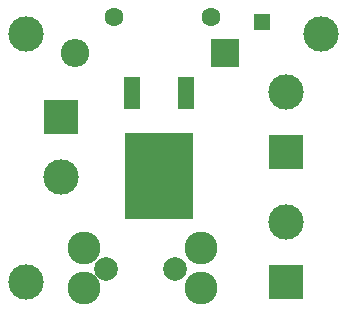
<source format=gts>
G04 #@! TF.FileFunction,Soldermask,Top*
%FSLAX46Y46*%
G04 Gerber Fmt 4.6, Leading zero omitted, Abs format (unit mm)*
G04 Created by KiCad (PCBNEW 4.0.7) date 07/04/19 18:58:04*
%MOMM*%
%LPD*%
G01*
G04 APERTURE LIST*
%ADD10C,0.100000*%
%ADD11C,3.000000*%
%ADD12R,2.400000X2.400000*%
%ADD13O,2.400000X2.400000*%
%ADD14C,1.600000*%
%ADD15C,2.000000*%
%ADD16R,1.350000X1.350000*%
%ADD17R,3.000000X3.000000*%
%ADD18R,1.400000X2.700000*%
%ADD19R,5.800000X7.400000*%
%ADD20C,2.780000*%
G04 APERTURE END LIST*
D10*
D11*
X129998000Y-73365000D03*
X154998000Y-52365000D03*
X129998000Y-52365000D03*
D12*
X146812000Y-53975000D03*
D13*
X134112000Y-53975000D03*
D14*
X137418000Y-50927000D03*
X145668000Y-50927000D03*
D15*
X136800000Y-72263000D03*
X142600000Y-72263000D03*
D16*
X149998000Y-51365000D03*
D17*
X151998000Y-62365000D03*
D11*
X151998000Y-57285000D03*
D17*
X132998000Y-59365000D03*
D11*
X132998000Y-64445000D03*
D18*
X143504000Y-57399000D03*
X138944000Y-57399000D03*
D19*
X141224000Y-64381000D03*
D17*
X151998000Y-73365000D03*
D11*
X151998000Y-68285000D03*
D20*
X134874000Y-70485000D03*
X134874000Y-73885000D03*
X144794000Y-70485000D03*
X144794000Y-73885000D03*
M02*

</source>
